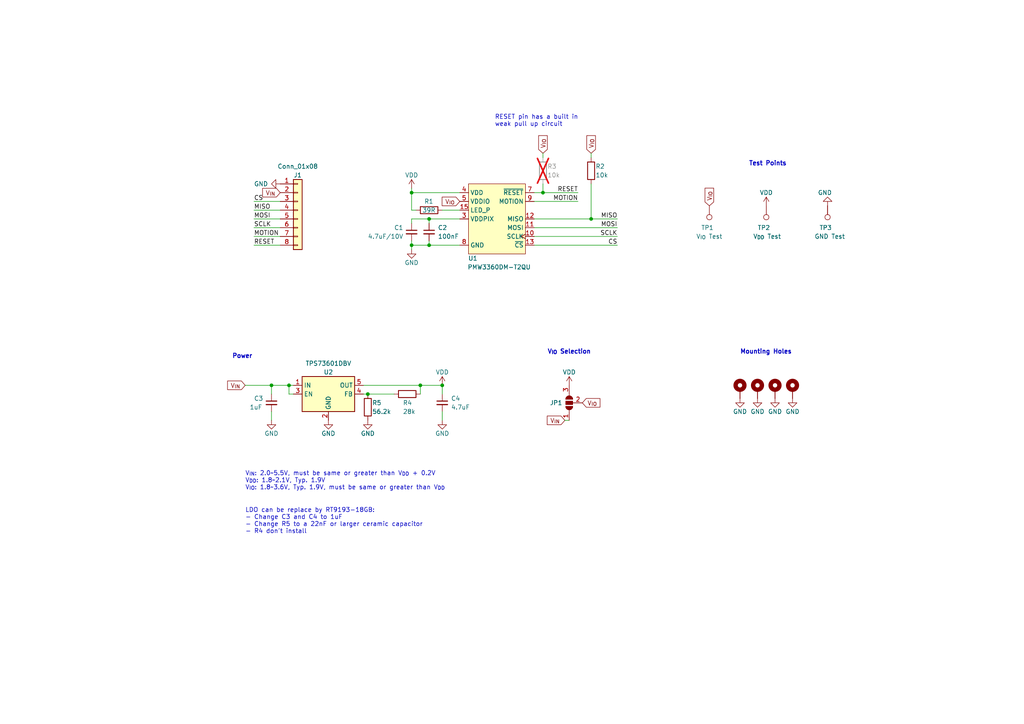
<source format=kicad_sch>
(kicad_sch (version 20230121) (generator eeschema)
  (paper "A4")
  (title_block (title "PMW3360 PCB") (rev "3.2") (comment 1 "PMW3360DM-T2QU optical mouse sensor breakout board") (comment 2 "MIT License (Open Source Hardware)"))
  (lib_symbols
    (symbol "Connector:TestPoint" (pin_numbers hide) (pin_names (offset 0.762) hide)
      (property "Reference" "TP" (at 0 6.858 0))
      (property "Value" "TestPoint" (at 0 5.08 0))
      (symbol "TestPoint_0_1"
        (circle (center 0 3.302) (radius 0.762))
      )
      (symbol "TestPoint_1_1"
        (pin passive line (at 0 0 90) (length 2.54) (name "1") (number "1"))
      )
    )
    (symbol "Connector_Generic:Conn_01x08" (pin_names (offset 1.016) hide)
      (property "Reference" "J" (at 0 10.16 0))
      (property "Value" "Conn_01x08" (at 0 -12.7 0))
      (symbol "Conn_01x08_1_1"
        (rectangle (start -1.27 -10.033) (end 0 -10.287) (stroke (width 0.1524)))
        (rectangle (start -1.27 -7.493) (end 0 -7.747) (stroke (width 0.1524)))
        (rectangle (start -1.27 -4.953) (end 0 -5.207) (stroke (width 0.1524)))
        (rectangle (start -1.27 -2.413) (end 0 -2.667) (stroke (width 0.1524)))
        (rectangle (start -1.27 0.127) (end 0 -0.127) (stroke (width 0.1524)))
        (rectangle (start -1.27 2.667) (end 0 2.413) (stroke (width 0.1524)))
        (rectangle (start -1.27 5.207) (end 0 4.953) (stroke (width 0.1524)))
        (rectangle (start -1.27 7.747) (end 0 7.493) (stroke (width 0.1524)))
        (rectangle (start -1.27 8.89) (end 1.27 -11.43) (stroke (width 0.254)) (fill (type background)))
        (pin passive line (at -5.08 7.62 0) (length 3.81) (name "Pin_1") (number "1"))
        (pin passive line (at -5.08 5.08 0) (length 3.81) (name "Pin_2") (number "2"))
        (pin passive line (at -5.08 2.54 0) (length 3.81) (name "Pin_3") (number "3"))
        (pin passive line (at -5.08 0 0) (length 3.81) (name "Pin_4") (number "4"))
        (pin passive line (at -5.08 -2.54 0) (length 3.81) (name "Pin_5") (number "5"))
        (pin passive line (at -5.08 -5.08 0) (length 3.81) (name "Pin_6") (number "6"))
        (pin passive line (at -5.08 -7.62 0) (length 3.81) (name "Pin_7") (number "7"))
        (pin passive line (at -5.08 -10.16 0) (length 3.81) (name "Pin_8") (number "8"))
      )
    )
    (symbol "Device:C_Small" (pin_numbers hide) (pin_names (offset 0.254) hide)
      (property "Reference" "C" (at 0.254 1.778 0))
      (property "Value" "C_Small" (at 0.254 -2.032 0))
      (symbol "C_Small_0_1"
        (polyline (pts (xy -1.524 -0.508) (xy 1.524 -0.508)) (stroke (width 0.3302)))
        (polyline (pts (xy -1.524 0.508) (xy 1.524 0.508)) (stroke (width 0.3048)))
      )
      (symbol "C_Small_1_1"
        (pin passive line (at 0 2.54 270) (length 2.032) (name "~") (number "1"))
        (pin passive line (at 0 -2.54 90) (length 2.032) (name "~") (number "2"))
      )
    )
    (symbol "Device:R" (pin_numbers hide) (pin_names (offset 0))
      (property "Reference" "R" (at 2.032 0 90))
      (property "Value" "R" (at 0 0 90))
      (symbol "R_0_1"
        (rectangle (start -1.016 -2.54) (end 1.016 2.54) (stroke (width 0.254)))
      )
      (symbol "R_1_1"
        (pin passive line (at 0 3.81 270) (length 1.27) (name "~") (number "1"))
        (pin passive line (at 0 -3.81 90) (length 1.27) (name "~") (number "2"))
      )
    )
    (symbol "Jumper:SolderJumper_3_Open" (pin_names (offset 0) hide)
      (property "Reference" "JP" (at -2.54 -2.54 0))
      (property "Value" "SolderJumper_3_Open" (at 0 2.794 0))
      (symbol "SolderJumper_3_Open_0_1"
        (arc (start -1.016 1.016) (mid -2.0276 0) (end -1.016 -1.016))
        (arc (start -1.016 1.016) (mid -2.0276 0) (end -1.016 -1.016) (fill (type outline)))
        (rectangle (start -0.508 1.016) (end 0.508 -1.016) (fill (type outline)))
        (polyline (pts (xy -2.54 0) (xy -2.032 0)))
        (polyline (pts (xy -1.016 1.016) (xy -1.016 -1.016)))
        (polyline (pts (xy 0 -1.27) (xy 0 -1.016)))
        (polyline (pts (xy 1.016 1.016) (xy 1.016 -1.016)))
        (polyline (pts (xy 2.54 0) (xy 2.032 0)))
        (arc (start 1.016 -1.016) (mid 2.0276 0) (end 1.016 1.016))
        (arc (start 1.016 -1.016) (mid 2.0276 0) (end 1.016 1.016) (fill (type outline)))
      )
      (symbol "SolderJumper_3_Open_1_1"
        (pin passive line (at -5.08 0 0) (length 2.54) (name "A") (number "1"))
        (pin passive line (at 0 -3.81 90) (length 2.54) (name "C") (number "2"))
        (pin passive line (at 5.08 0 180) (length 2.54) (name "B") (number "3"))
      )
    )
    (symbol "Mechanical:MountingHole_Pad" (pin_numbers hide) (pin_names (offset 1.016) hide)
      (property "Reference" "H" (at 0 6.35 0))
      (property "Value" "MountingHole_Pad" (at 0 4.445 0))
      (symbol "MountingHole_Pad_0_1"
        (circle (center 0 1.27) (radius 1.27) (stroke (width 1.27)))
      )
      (symbol "MountingHole_Pad_1_1"
        (pin input line (at 0 -2.54 90) (length 2.54) (name "1") (number "1"))
      )
    )
    (symbol "PMW3360_PCB:PMW3360DM-T2QU"
      (property "Reference" "U?" (at -6.35 -13.97 0))
      (property "Value" "PMW3360DM-T2QU" (at 1.27 -11.43 0))
      (symbol "PMW3360DM-T2QU_0_1"
        (rectangle (start -7.62 10.16) (end 8.89 -10.16) (fill (type background)))
      )
      (symbol "PMW3360DM-T2QU_1_1"
        (pin no_connect line (at -1.27 13.97 180) (length 2.54) hide (name "NC") (number "1"))
        (pin input clock (at 11.43 -5.08 180) (length 2.54) (name "SCLK") (number "10"))
        (pin input line (at 11.43 -2.54 180) (length 2.54) (name "MOSI") (number "11"))
        (pin output line (at 11.43 0 180) (length 2.54) (name "MISO") (number "12"))
        (pin input line (at 11.43 -7.62 180) (length 2.54) (name "~{CS}") (number "13"))
        (pin no_connect inverted (at -1.27 19.05 180) (length 2.54) hide (name "NC") (number "14"))
        (pin power_in line (at -10.16 2.54 0) (length 2.54) (name "LED_P") (number "15"))
        (pin no_connect line (at -1.27 21.59 180) (length 2.54) hide (name "NC") (number "16"))
        (pin no_connect line (at -1.27 16.51 180) (length 2.54) hide (name "NC") (number "2"))
        (pin power_out line (at -10.16 0 0) (length 2.54) (name "VDDPIX") (number "3"))
        (pin power_in line (at -10.16 7.62 0) (length 2.54) (name "VDD") (number "4"))
        (pin power_in line (at -10.16 5.08 0) (length 2.54) (name "VDDIO") (number "5"))
        (pin no_connect line (at -1.27 11.43 180) (length 2.54) hide (name "NC") (number "6"))
        (pin input line (at 11.43 7.62 180) (length 2.54) (name "~{RESET}") (number "7"))
        (pin power_in line (at -10.16 -7.62 0) (length 2.54) (name "GND") (number "8"))
        (pin output line (at 11.43 5.08 180) (length 2.54) (name "MOTION") (number "9"))
      )
    )
    (symbol "Regulator_Linear:TPS73601DBV"
      (property "Reference" "U" (at -6.35 6.35 0))
      (property "Value" "TPS73601DBV" (at 0 6.35 0))
      (symbol "TPS73601DBV_0_1"
        (rectangle (start -7.62 -5.08) (end 7.62 5.08) (stroke (width 0.254)) (fill (type background)))
      )
      (symbol "TPS73601DBV_1_1"
        (pin power_in line (at -10.16 2.54 0) (length 2.54) (name "IN") (number "1"))
        (pin power_in line (at 0 -7.62 90) (length 2.54) (name "GND") (number "2"))
        (pin input line (at -10.16 0 0) (length 2.54) (name "EN") (number "3"))
        (pin input line (at 10.16 0 180) (length 2.54) (name "FB") (number "4"))
        (pin power_out line (at 10.16 2.54 180) (length 2.54) (name "OUT") (number "5"))
      )
    )
    (symbol "power:GND" (power) (pin_names (offset 0))
      (property "Value" "GND" (at 0 -3.81 0))
      (symbol "GND_0_1"
        (polyline (pts (xy 0 0) (xy 0 -1.27) (xy 1.27 -1.27) (xy 0 -2.54) (xy -1.27 -1.27) (xy 0 -1.27)))
      )
      (symbol "GND_1_1"
        (pin power_in line (at 0 0 270) (length 0) hide (name "GND") (number "1"))
      )
    )
    (symbol "power:VDD" (power) (pin_names (offset 0))
      (property "Value" "VDD" (at 0 3.81 0))
      (symbol "VDD_0_1"
        (polyline (pts (xy -0.762 1.27) (xy 0 2.54)))
        (polyline (pts (xy 0 0) (xy 0 2.54)))
        (polyline (pts (xy 0 2.54) (xy 0.762 1.27)))
      )
      (symbol "VDD_1_1"
        (pin power_in line (at 0 0 90) (length 0) hide (name "VDD") (number "1"))
      )
    )
  )
  (junction (at 83.82 111.76))
  (junction (at 78.74 111.76))
  (junction (at 121.92 111.76))
  (junction (at 106.68 114.3))
  (junction (at 119.38 55.88))
  (junction (at 128.27 111.76))
  (junction (at 119.38 71.12))
  (junction (at 124.46 63.5))
  (junction (at 124.46 71.12))
  (junction (at 171.45 63.5))
  (junction (at 157.48 55.88))
  (wire (pts (xy 171.45 53.34) (xy 171.45 63.5)))
  (wire (pts (xy 124.46 64.77) (xy 124.46 63.5)))
  (wire (pts (xy 171.45 63.5) (xy 179.07 63.5)))
  (wire (pts (xy 73.66 58.42) (xy 81.28 58.42)))
  (wire (pts (xy 78.74 111.76) (xy 83.82 111.76)))
  (wire (pts (xy 73.66 66.04) (xy 81.28 66.04)))
  (wire (pts (xy 106.68 114.3) (xy 105.41 114.3)))
  (wire (pts (xy 157.48 53.34) (xy 157.48 55.88)))
  (wire (pts (xy 119.38 55.88) (xy 119.38 60.96)))
  (wire (pts (xy 121.92 111.76) (xy 121.92 114.3)))
  (wire (pts (xy 73.66 71.12) (xy 81.28 71.12)))
  (wire (pts (xy 163.83 121.92) (xy 165.1 121.92)))
  (wire (pts (xy 157.48 55.88) (xy 167.64 55.88)))
  (wire (pts (xy 124.46 63.5) (xy 133.35 63.5)))
  (wire (pts (xy 154.94 66.04) (xy 179.07 66.04)))
  (wire (pts (xy 119.38 63.5) (xy 124.46 63.5)))
  (wire (pts (xy 71.12 111.76) (xy 78.74 111.76)))
  (wire (pts (xy 154.94 63.5) (xy 171.45 63.5)))
  (wire (pts (xy 121.92 111.76) (xy 128.27 111.76)))
  (wire (pts (xy 154.94 58.42) (xy 167.64 58.42)))
  (wire (pts (xy 73.66 63.5) (xy 81.28 63.5)))
  (wire (pts (xy 128.27 60.96) (xy 133.35 60.96)))
  (wire (pts (xy 157.48 45.72) (xy 157.48 44.45)))
  (wire (pts (xy 124.46 71.12) (xy 133.35 71.12)))
  (wire (pts (xy 114.3 114.3) (xy 106.68 114.3)))
  (wire (pts (xy 73.66 60.96) (xy 81.28 60.96)))
  (wire (pts (xy 154.94 68.58) (xy 179.07 68.58)))
  (wire (pts (xy 85.09 114.3) (xy 83.82 114.3)))
  (wire (pts (xy 78.74 114.3) (xy 78.74 111.76)))
  (wire (pts (xy 128.27 114.3) (xy 128.27 111.76)))
  (wire (pts (xy 154.94 71.12) (xy 179.07 71.12)))
  (wire (pts (xy 119.38 55.88) (xy 133.35 55.88)))
  (wire (pts (xy 119.38 71.12) (xy 124.46 71.12)))
  (wire (pts (xy 124.46 69.85) (xy 124.46 71.12)))
  (wire (pts (xy 73.66 68.58) (xy 81.28 68.58)))
  (wire (pts (xy 119.38 71.12) (xy 119.38 69.85)))
  (wire (pts (xy 119.38 71.12) (xy 119.38 72.39)))
  (wire (pts (xy 154.94 55.88) (xy 157.48 55.88)))
  (wire (pts (xy 83.82 111.76) (xy 85.09 111.76)))
  (wire (pts (xy 78.74 121.92) (xy 78.74 119.38)))
  (wire (pts (xy 128.27 121.92) (xy 128.27 119.38)))
  (wire (pts (xy 119.38 63.5) (xy 119.38 64.77)))
  (wire (pts (xy 83.82 111.76) (xy 83.82 114.3)))
  (wire (pts (xy 119.38 60.96) (xy 120.65 60.96)))
  (wire (pts (xy 105.41 111.76) (xy 121.92 111.76)))
  (wire (pts (xy 171.45 45.72) (xy 171.45 44.45)))
  (wire (pts (xy 119.38 54.61) (xy 119.38 55.88)))
  (text "RESET pin has a built in\nweak pull up circuit" (at 143.51 36.83 0) (effects (font (size 1.27 1.27)) (justify left bottom)))
  (text "V_{IO} Selection" (at 158.75 102.87 0) (effects (font (size 1.27 1.27) (thickness 0.254) bold) (justify left bottom)))
  (text "Mounting Holes" (at 214.63 102.87 0) (effects (font (size 1.27 1.27) (thickness 0.254) bold) (justify left bottom)))
  (text "Power" (at 67.31 104.14 0) (effects (font (size 1.27 1.27) (thickness 0.254) bold) (justify left bottom)))
  (text "Test Points" (at 217.17 48.26 0) (effects (font (size 1.27 1.27) (thickness 0.254) bold) (justify left bottom)))
  (text "V_{IN}: 2.0~5.5V, must be same or greater than V_{DD} + 0.2V\nV_{DD}: 1.8~2.1V, Typ. 1.9V\nV_{IO}: 1.8~3.6V, Typ. 1.9V, must be same or greater than V_{DD}" (at 71.12 142.24 0) (effects (font (size 1.27 1.27)) (justify left bottom)))
  (text "LDO can be replace by RT9193-18GB:\n- Change C3 and C4 to 1uF\n- Change R5 to a 22nF or larger ceramic capacitor\n- R4 don't install" (at 71.12 154.94 0) (effects (font (size 1.27 1.27)) (justify left bottom)))
  (label "MISO" (at 179.07 63.5 180))
  (label "MISO" (at 73.66 60.96 0))
  (label "RESET" (at 167.64 55.88 180))
  (label "CS" (at 73.66 58.42 0))
  (label "MOSI" (at 73.66 63.5 0))
  (label "MOSI" (at 179.07 66.04 180))
  (label "SCLK" (at 179.07 68.58 180))
  (label "SCLK" (at 73.66 66.04 0))
  (label "CS" (at 179.07 71.12 180))
  (label "RESET" (at 73.66 71.12 0))
  (label "MOTION" (at 73.66 68.58 0))
  (label "MOTION" (at 167.64 58.42 180))
  (global_label "V_{IN}" (shape input) (at 71.12 111.76 180) (property "Intersheetrefs" "${INTERSHEET_REFS}" (effects hide)))
  (global_label "V_{IO}" (shape input) (at 133.35 58.42 180) (property "Intersheetrefs" "${INTERSHEET_REFS}" (effects hide)))
  (global_label "V_{IN}" (shape input) (at 81.28 55.88 180) (property "Intersheetrefs" "${INTERSHEET_REFS}" (effects hide)))
  (global_label "V_{IO}" (shape input) (at 168.91 116.84 0) (property "Intersheetrefs" "${INTERSHEET_REFS}" (effects hide)))
  (global_label "V_{IO}" (shape input) (at 157.48 44.45 90) (property "Intersheetrefs" "${INTERSHEET_REFS}" (effects hide)))
  (global_label "V_{IO}" (shape input) (at 205.74 59.69 90) (property "Intersheetrefs" "${INTERSHEET_REFS}" (effects hide)))
  (global_label "V_{IN}" (shape input) (at 163.83 121.92 180) (property "Intersheetrefs" "${INTERSHEET_REFS}" (effects hide)))
  (global_label "V_{IO}" (shape input) (at 171.45 44.45 90) (property "Intersheetrefs" "${INTERSHEET_REFS}" (effects hide)))
  (symbol (lib_id "power:GND") (at 229.87 115.57 0) (unit 1)
    (property "Reference" "#PWR017" (effects hide))
    (property "Value" "GND" (at 229.87 119.38 0))
  )
  (symbol (lib_id "Device:R") (at 171.45 49.53 0) (unit 1)
    (property "Reference" "R2" (at 172.72 48.26 0) (effects (justify left)))
    (property "Value" "10k" (at 172.72 50.8 0) (effects (justify left)))
    (property "Footprint" "Resistor_SMD:R_0603_1608Metric_Pad0.98x0.95mm_HandSolder" (effects hide))
  )
  (symbol (lib_id "power:VDD") (at 165.1 111.76 0) (unit 1)
    (property "Reference" "#PWR01" (effects hide))
    (property "Value" "VDD" (at 165.1 107.95 0))
  )
  (symbol (lib_id "Mechanical:MountingHole_Pad") (at 219.71 113.03 0) (unit 1) (in_bom no)
    (property "Reference" "H2" (effects hide))
    (property "Value" "MountingHole_Pad" (effects hide))
    (property "Footprint" "MountingHole:MountingHole_2.2mm_M2_ISO14580_Pad" (effects hide))
  )
  (symbol (lib_id "Mechanical:MountingHole_Pad") (at 214.63 113.03 0) (unit 1) (in_bom no)
    (property "Reference" "H1" (effects hide))
    (property "Value" "MountingHole_Pad" (effects hide))
    (property "Footprint" "MountingHole:MountingHole_2.2mm_M2_ISO14580_Pad" (effects hide))
  )
  (symbol (lib_id "Device:R") (at 157.48 49.53 0) (unit 1) (dnp yes)
    (property "Reference" "R3" (at 158.75 48.26 0) (effects (justify left)))
    (property "Value" "10k" (at 158.75 50.8 0) (effects (justify left)))
    (property "Footprint" "Resistor_SMD:R_0603_1608Metric_Pad0.98x0.95mm_HandSolder" (effects hide))
  )
  (symbol (lib_id "Connector:TestPoint") (at 222.25 59.69 180) (unit 1)
    (property "Reference" "TP2" (at 219.71 66.04 0) (effects (justify right)))
    (property "Value" "V_{DD} Test" (at 218.44 68.58 0) (effects (justify right)))
    (property "Footprint" "TestPoint:TestPoint_Pad_D1.0mm" (effects hide))
  )
  (symbol (lib_id "power:GND") (at 95.25 121.92 0) (unit 1)
    (property "Reference" "#PWR011" (effects hide))
    (property "Value" "GND" (at 95.25 125.73 0))
  )
  (symbol (lib_id "Device:C_Small") (at 128.27 116.84 0) (unit 1)
    (property "Reference" "C4" (at 130.81 115.5762 0) (effects (justify left)))
    (property "Value" "4.7uF" (at 130.81 118.1162 0) (effects (justify left)))
    (property "Footprint" "Capacitor_SMD:C_0603_1608Metric_Pad1.08x0.95mm_HandSolder" (effects hide))
  )
  (symbol (lib_id "power:GND") (at 224.79 115.57 0) (unit 1)
    (property "Reference" "#PWR016" (effects hide))
    (property "Value" "GND" (at 224.79 119.38 0))
  )
  (symbol (lib_id "power:GND") (at 81.28 53.34 270) (mirror x) (unit 1)
    (property "Reference" "#PWR07" (effects hide))
    (property "Value" "GND" (at 73.66 53.34 90) (effects (justify left)))
  )
  (symbol (lib_id "Connector:TestPoint") (at 205.74 59.69 180) (unit 1)
    (property "Reference" "TP1" (at 207.01 66.04 0) (effects (justify left)))
    (property "Value" "V_{IO} Test" (at 209.55 68.58 0) (effects (justify left)))
    (property "Footprint" "TestPoint:TestPoint_Pad_D1.0mm" (effects hide))
  )
  (symbol (lib_id "PMW3360_PCB:PMW3360DM-T2QU") (at 143.51 63.5 0) (unit 1)
    (property "Reference" "U1" (at 137.16 74.93 0))
    (property "Value" "PMW3360DM-T2QU" (at 144.78 77.47 0))
    (property "Footprint" "PMW3360_PCB:PMW3360DM-T2QU 16Pin" (effects hide))
    (property "Datasheet" "https://www.pixart.com/products-detail/tw/10/PMW3360DM-T2QU" (effects hide))
  )
  (symbol (lib_id "Device:R") (at 106.68 118.11 0) (unit 1)
    (property "Reference" "R5" (at 107.95 116.84 0) (effects (justify left)))
    (property "Value" "56.2k" (at 107.95 119.38 0) (effects (justify left)))
    (property "Footprint" "Resistor_SMD:R_0603_1608Metric_Pad0.98x0.95mm_HandSolder" (effects hide))
  )
  (symbol (lib_id "Mechanical:MountingHole_Pad") (at 229.87 113.03 0) (unit 1) (in_bom no)
    (property "Reference" "H4" (effects hide))
    (property "Value" "MountingHole_Pad" (effects hide))
    (property "Footprint" "MountingHole:MountingHole_2.2mm_M2_ISO14580_Pad" (effects hide))
  )
  (symbol (lib_id "power:GND") (at 240.03 59.69 180) (unit 1)
    (property "Reference" "#PWR04" (effects hide))
    (property "Value" "GND" (at 241.3 55.88 0) (effects (justify left)))
  )
  (symbol (lib_id "power:GND") (at 214.63 115.57 0) (unit 1)
    (property "Reference" "#PWR014" (effects hide))
    (property "Value" "GND" (at 214.63 119.38 0))
  )
  (symbol (lib_id "power:GND") (at 219.71 115.57 0) (unit 1)
    (property "Reference" "#PWR015" (effects hide))
    (property "Value" "GND" (at 219.71 119.38 0))
  )
  (symbol (lib_id "Device:C_Small") (at 78.74 116.84 0) (unit 1)
    (property "Reference" "C3" (at 73.66 115.57 0) (effects (justify left)))
    (property "Value" "1uF" (at 72.39 118.11 0) (effects (justify left)))
    (property "Footprint" "Capacitor_SMD:C_0603_1608Metric_Pad1.08x0.95mm_HandSolder" (effects hide))
  )
  (symbol (lib_id "Device:C_Small") (at 124.46 67.31 0) (unit 1)
    (property "Reference" "C2" (at 127 66.04 0) (effects (justify left)))
    (property "Value" "100nF" (at 127 68.58 0) (effects (justify left)))
    (property "Footprint" "Capacitor_SMD:C_0603_1608Metric_Pad1.08x0.95mm_HandSolder" (effects hide))
  )
  (symbol (lib_id "Device:R") (at 118.11 114.3 270) (unit 1)
    (property "Reference" "R4" (at 116.84 116.84 90) (effects (justify left)))
    (property "Value" "28k" (at 116.84 119.38 90) (effects (justify left)))
    (property "Footprint" "Resistor_SMD:R_0603_1608Metric_Pad0.98x0.95mm_HandSolder" (effects hide))
  )
  (symbol (lib_id "Device:C_Small") (at 119.38 67.31 0) (unit 1)
    (property "Reference" "C1" (at 114.3 66.04 0) (effects (justify left)))
    (property "Value" "4.7uF/10V" (at 106.68 68.58 0) (effects (justify left)))
    (property "Footprint" "Capacitor_SMD:C_0603_1608Metric_Pad1.08x0.95mm_HandSolder" (effects hide))
  )
  (symbol (lib_id "power:GND") (at 128.27 121.92 0) (unit 1)
    (property "Reference" "#PWR013" (effects hide))
    (property "Value" "GND" (at 128.27 125.73 0))
  )
  (symbol (lib_id "Regulator_Linear:TPS73601DBV") (at 95.25 114.3 0) (unit 1)
    (property "Reference" "U2" (at 95.25 107.95 0))
    (property "Value" "TPS73601DBV" (at 95.25 105.41 0))
    (property "Footprint" "Package_TO_SOT_SMD:SOT-23-5" (effects hide))
    (property "Datasheet" "http://www.ti.com/lit/ds/symlink/tps736.pdf" (effects hide))
  )
  (symbol (lib_id "power:GND") (at 119.38 72.39 0) (unit 1)
    (property "Reference" "#PWR05" (effects hide))
    (property "Value" "GND" (at 119.38 76.2 0))
  )
  (symbol (lib_id "power:VDD") (at 222.25 59.69 0) (unit 1)
    (property "Reference" "#PWR03" (effects hide))
    (property "Value" "VDD" (at 222.25 55.88 0))
  )
  (symbol (lib_id "Device:R") (at 124.46 60.96 90) (unit 1)
    (property "Reference" "R1" (at 125.73 58.42 90) (effects (justify left)))
    (property "Value" "39R" (at 126.365 60.96 90) (effects (justify left)))
    (property "Footprint" "Resistor_SMD:R_0603_1608Metric_Pad0.98x0.95mm_HandSolder" (effects hide))
  )
  (symbol (lib_id "power:VDD") (at 119.38 54.61 0) (unit 1)
    (property "Reference" "#PWR018" (effects hide))
    (property "Value" "VDD" (at 119.38 50.8 0))
  )
  (symbol (lib_id "power:VDD") (at 128.27 111.76 0) (unit 1)
    (property "Reference" "#PWR08" (effects hide))
    (property "Value" "VDD" (at 128.27 107.95 0))
  )
  (symbol (lib_id "power:GND") (at 78.74 121.92 0) (unit 1)
    (property "Reference" "#PWR010" (effects hide))
    (property "Value" "GND" (at 78.74 125.73 0))
  )
  (symbol (lib_id "Jumper:SolderJumper_3_Open") (at 165.1 116.84 90) (unit 1)
    (property "Reference" "JP1" (at 161.29 116.84 90))
    (property "Value" "SolderJumper_3_Open" (effects hide))
    (property "Footprint" "Jumper:SolderJumper-3_P1.3mm_Open_RoundedPad1.0x1.5mm_NumberLabels" (effects hide))
  )
  (symbol (lib_id "Connector_Generic:Conn_01x08") (at 86.36 60.96 0) (unit 1)
    (property "Reference" "J1" (at 86.36 50.8 0))
    (property "Value" "Conn_01x08" (at 86.36 48.26 0))
    (property "Footprint" "PMW3360_PCB:FPC_8P_0.5mm_AFC01-S08FCA-00" (effects hide))
  )
  (symbol (lib_id "power:GND") (at 106.68 121.92 0) (unit 1)
    (property "Reference" "#PWR012" (effects hide))
    (property "Value" "GND" (at 106.68 125.73 0))
  )
  (symbol (lib_id "Connector:TestPoint") (at 240.03 59.69 180) (unit 1)
    (property "Reference" "TP3" (at 241.3 66.04 0) (effects (justify left)))
    (property "Value" "GND Test" (at 245.11 68.58 0) (effects (justify left)))
    (property "Footprint" "TestPoint:TestPoint_Pad_D1.0mm" (effects hide))
  )
  (symbol (lib_id "Mechanical:MountingHole_Pad") (at 224.79 113.03 0) (unit 1) (in_bom no)
    (property "Reference" "H3" (effects hide))
    (property "Value" "MountingHole_Pad" (effects hide))
    (property "Footprint" "MountingHole:MountingHole_2.2mm_M2_ISO14580_Pad" (effects hide))
  )
)
</source>
